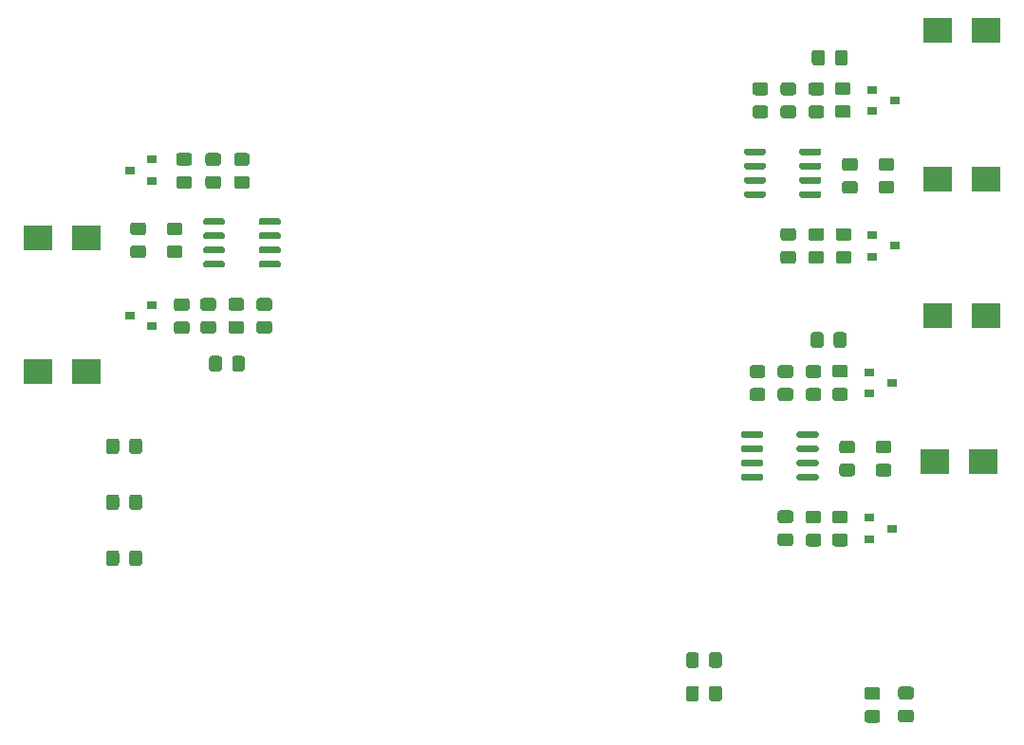
<source format=gtp>
G04 #@! TF.GenerationSoftware,KiCad,Pcbnew,5.1.10*
G04 #@! TF.CreationDate,2022-01-16T13:43:41+02:00*
G04 #@! TF.ProjectId,horse_feeder,686f7273-655f-4666-9565-6465722e6b69,rev?*
G04 #@! TF.SameCoordinates,Original*
G04 #@! TF.FileFunction,Paste,Top*
G04 #@! TF.FilePolarity,Positive*
%FSLAX46Y46*%
G04 Gerber Fmt 4.6, Leading zero omitted, Abs format (unit mm)*
G04 Created by KiCad (PCBNEW 5.1.10) date 2022-01-16 13:43:41*
%MOMM*%
%LPD*%
G01*
G04 APERTURE LIST*
%ADD10R,0.900000X0.800000*%
%ADD11R,2.500000X2.300000*%
G04 APERTURE END LIST*
G36*
G01*
X92500000Y-57285000D02*
X92500000Y-56985000D01*
G75*
G02*
X92650000Y-56835000I150000J0D01*
G01*
X94300000Y-56835000D01*
G75*
G02*
X94450000Y-56985000I0J-150000D01*
G01*
X94450000Y-57285000D01*
G75*
G02*
X94300000Y-57435000I-150000J0D01*
G01*
X92650000Y-57435000D01*
G75*
G02*
X92500000Y-57285000I0J150000D01*
G01*
G37*
G36*
G01*
X87550000Y-54745000D02*
X87550000Y-54445000D01*
G75*
G02*
X87700000Y-54295000I150000J0D01*
G01*
X89350000Y-54295000D01*
G75*
G02*
X89500000Y-54445000I0J-150000D01*
G01*
X89500000Y-54745000D01*
G75*
G02*
X89350000Y-54895000I-150000J0D01*
G01*
X87700000Y-54895000D01*
G75*
G02*
X87550000Y-54745000I0J150000D01*
G01*
G37*
G36*
G01*
X87550000Y-56015000D02*
X87550000Y-55715000D01*
G75*
G02*
X87700000Y-55565000I150000J0D01*
G01*
X89350000Y-55565000D01*
G75*
G02*
X89500000Y-55715000I0J-150000D01*
G01*
X89500000Y-56015000D01*
G75*
G02*
X89350000Y-56165000I-150000J0D01*
G01*
X87700000Y-56165000D01*
G75*
G02*
X87550000Y-56015000I0J150000D01*
G01*
G37*
G36*
G01*
X87550000Y-57285000D02*
X87550000Y-56985000D01*
G75*
G02*
X87700000Y-56835000I150000J0D01*
G01*
X89350000Y-56835000D01*
G75*
G02*
X89500000Y-56985000I0J-150000D01*
G01*
X89500000Y-57285000D01*
G75*
G02*
X89350000Y-57435000I-150000J0D01*
G01*
X87700000Y-57435000D01*
G75*
G02*
X87550000Y-57285000I0J150000D01*
G01*
G37*
G36*
G01*
X87550000Y-58555000D02*
X87550000Y-58255000D01*
G75*
G02*
X87700000Y-58105000I150000J0D01*
G01*
X89350000Y-58105000D01*
G75*
G02*
X89500000Y-58255000I0J-150000D01*
G01*
X89500000Y-58555000D01*
G75*
G02*
X89350000Y-58705000I-150000J0D01*
G01*
X87700000Y-58705000D01*
G75*
G02*
X87550000Y-58555000I0J150000D01*
G01*
G37*
G36*
G01*
X92500000Y-58555000D02*
X92500000Y-58255000D01*
G75*
G02*
X92650000Y-58105000I150000J0D01*
G01*
X94300000Y-58105000D01*
G75*
G02*
X94450000Y-58255000I0J-150000D01*
G01*
X94450000Y-58555000D01*
G75*
G02*
X94300000Y-58705000I-150000J0D01*
G01*
X92650000Y-58705000D01*
G75*
G02*
X92500000Y-58555000I0J150000D01*
G01*
G37*
G36*
G01*
X92500000Y-54745000D02*
X92500000Y-54445000D01*
G75*
G02*
X92650000Y-54295000I150000J0D01*
G01*
X94300000Y-54295000D01*
G75*
G02*
X94450000Y-54445000I0J-150000D01*
G01*
X94450000Y-54745000D01*
G75*
G02*
X94300000Y-54895000I-150000J0D01*
G01*
X92650000Y-54895000D01*
G75*
G02*
X92500000Y-54745000I0J150000D01*
G01*
G37*
G36*
G01*
X92500000Y-56015000D02*
X92500000Y-55715000D01*
G75*
G02*
X92650000Y-55565000I150000J0D01*
G01*
X94300000Y-55565000D01*
G75*
G02*
X94450000Y-55715000I0J-150000D01*
G01*
X94450000Y-56015000D01*
G75*
G02*
X94300000Y-56165000I-150000J0D01*
G01*
X92650000Y-56165000D01*
G75*
G02*
X92500000Y-56015000I0J150000D01*
G01*
G37*
G36*
G01*
X41250000Y-61965000D02*
X41250000Y-62265000D01*
G75*
G02*
X41100000Y-62415000I-150000J0D01*
G01*
X39450000Y-62415000D01*
G75*
G02*
X39300000Y-62265000I0J150000D01*
G01*
X39300000Y-61965000D01*
G75*
G02*
X39450000Y-61815000I150000J0D01*
G01*
X41100000Y-61815000D01*
G75*
G02*
X41250000Y-61965000I0J-150000D01*
G01*
G37*
G36*
G01*
X46200000Y-64505000D02*
X46200000Y-64805000D01*
G75*
G02*
X46050000Y-64955000I-150000J0D01*
G01*
X44400000Y-64955000D01*
G75*
G02*
X44250000Y-64805000I0J150000D01*
G01*
X44250000Y-64505000D01*
G75*
G02*
X44400000Y-64355000I150000J0D01*
G01*
X46050000Y-64355000D01*
G75*
G02*
X46200000Y-64505000I0J-150000D01*
G01*
G37*
G36*
G01*
X46200000Y-63235000D02*
X46200000Y-63535000D01*
G75*
G02*
X46050000Y-63685000I-150000J0D01*
G01*
X44400000Y-63685000D01*
G75*
G02*
X44250000Y-63535000I0J150000D01*
G01*
X44250000Y-63235000D01*
G75*
G02*
X44400000Y-63085000I150000J0D01*
G01*
X46050000Y-63085000D01*
G75*
G02*
X46200000Y-63235000I0J-150000D01*
G01*
G37*
G36*
G01*
X46200000Y-61965000D02*
X46200000Y-62265000D01*
G75*
G02*
X46050000Y-62415000I-150000J0D01*
G01*
X44400000Y-62415000D01*
G75*
G02*
X44250000Y-62265000I0J150000D01*
G01*
X44250000Y-61965000D01*
G75*
G02*
X44400000Y-61815000I150000J0D01*
G01*
X46050000Y-61815000D01*
G75*
G02*
X46200000Y-61965000I0J-150000D01*
G01*
G37*
G36*
G01*
X46200000Y-60695000D02*
X46200000Y-60995000D01*
G75*
G02*
X46050000Y-61145000I-150000J0D01*
G01*
X44400000Y-61145000D01*
G75*
G02*
X44250000Y-60995000I0J150000D01*
G01*
X44250000Y-60695000D01*
G75*
G02*
X44400000Y-60545000I150000J0D01*
G01*
X46050000Y-60545000D01*
G75*
G02*
X46200000Y-60695000I0J-150000D01*
G01*
G37*
G36*
G01*
X41250000Y-60695000D02*
X41250000Y-60995000D01*
G75*
G02*
X41100000Y-61145000I-150000J0D01*
G01*
X39450000Y-61145000D01*
G75*
G02*
X39300000Y-60995000I0J150000D01*
G01*
X39300000Y-60695000D01*
G75*
G02*
X39450000Y-60545000I150000J0D01*
G01*
X41100000Y-60545000D01*
G75*
G02*
X41250000Y-60695000I0J-150000D01*
G01*
G37*
G36*
G01*
X41250000Y-64505000D02*
X41250000Y-64805000D01*
G75*
G02*
X41100000Y-64955000I-150000J0D01*
G01*
X39450000Y-64955000D01*
G75*
G02*
X39300000Y-64805000I0J150000D01*
G01*
X39300000Y-64505000D01*
G75*
G02*
X39450000Y-64355000I150000J0D01*
G01*
X41100000Y-64355000D01*
G75*
G02*
X41250000Y-64505000I0J-150000D01*
G01*
G37*
G36*
G01*
X41250000Y-63235000D02*
X41250000Y-63535000D01*
G75*
G02*
X41100000Y-63685000I-150000J0D01*
G01*
X39450000Y-63685000D01*
G75*
G02*
X39300000Y-63535000I0J150000D01*
G01*
X39300000Y-63235000D01*
G75*
G02*
X39450000Y-63085000I150000J0D01*
G01*
X41100000Y-63085000D01*
G75*
G02*
X41250000Y-63235000I0J-150000D01*
G01*
G37*
G36*
G01*
X92250000Y-82535000D02*
X92250000Y-82235000D01*
G75*
G02*
X92400000Y-82085000I150000J0D01*
G01*
X94050000Y-82085000D01*
G75*
G02*
X94200000Y-82235000I0J-150000D01*
G01*
X94200000Y-82535000D01*
G75*
G02*
X94050000Y-82685000I-150000J0D01*
G01*
X92400000Y-82685000D01*
G75*
G02*
X92250000Y-82535000I0J150000D01*
G01*
G37*
G36*
G01*
X87300000Y-79995000D02*
X87300000Y-79695000D01*
G75*
G02*
X87450000Y-79545000I150000J0D01*
G01*
X89100000Y-79545000D01*
G75*
G02*
X89250000Y-79695000I0J-150000D01*
G01*
X89250000Y-79995000D01*
G75*
G02*
X89100000Y-80145000I-150000J0D01*
G01*
X87450000Y-80145000D01*
G75*
G02*
X87300000Y-79995000I0J150000D01*
G01*
G37*
G36*
G01*
X87300000Y-81265000D02*
X87300000Y-80965000D01*
G75*
G02*
X87450000Y-80815000I150000J0D01*
G01*
X89100000Y-80815000D01*
G75*
G02*
X89250000Y-80965000I0J-150000D01*
G01*
X89250000Y-81265000D01*
G75*
G02*
X89100000Y-81415000I-150000J0D01*
G01*
X87450000Y-81415000D01*
G75*
G02*
X87300000Y-81265000I0J150000D01*
G01*
G37*
G36*
G01*
X87300000Y-82535000D02*
X87300000Y-82235000D01*
G75*
G02*
X87450000Y-82085000I150000J0D01*
G01*
X89100000Y-82085000D01*
G75*
G02*
X89250000Y-82235000I0J-150000D01*
G01*
X89250000Y-82535000D01*
G75*
G02*
X89100000Y-82685000I-150000J0D01*
G01*
X87450000Y-82685000D01*
G75*
G02*
X87300000Y-82535000I0J150000D01*
G01*
G37*
G36*
G01*
X87300000Y-83805000D02*
X87300000Y-83505000D01*
G75*
G02*
X87450000Y-83355000I150000J0D01*
G01*
X89100000Y-83355000D01*
G75*
G02*
X89250000Y-83505000I0J-150000D01*
G01*
X89250000Y-83805000D01*
G75*
G02*
X89100000Y-83955000I-150000J0D01*
G01*
X87450000Y-83955000D01*
G75*
G02*
X87300000Y-83805000I0J150000D01*
G01*
G37*
G36*
G01*
X92250000Y-83805000D02*
X92250000Y-83505000D01*
G75*
G02*
X92400000Y-83355000I150000J0D01*
G01*
X94050000Y-83355000D01*
G75*
G02*
X94200000Y-83505000I0J-150000D01*
G01*
X94200000Y-83805000D01*
G75*
G02*
X94050000Y-83955000I-150000J0D01*
G01*
X92400000Y-83955000D01*
G75*
G02*
X92250000Y-83805000I0J150000D01*
G01*
G37*
G36*
G01*
X92250000Y-79995000D02*
X92250000Y-79695000D01*
G75*
G02*
X92400000Y-79545000I150000J0D01*
G01*
X94050000Y-79545000D01*
G75*
G02*
X94200000Y-79695000I0J-150000D01*
G01*
X94200000Y-79995000D01*
G75*
G02*
X94050000Y-80145000I-150000J0D01*
G01*
X92400000Y-80145000D01*
G75*
G02*
X92250000Y-79995000I0J150000D01*
G01*
G37*
G36*
G01*
X92250000Y-81265000D02*
X92250000Y-80965000D01*
G75*
G02*
X92400000Y-80815000I150000J0D01*
G01*
X94050000Y-80815000D01*
G75*
G02*
X94200000Y-80965000I0J-150000D01*
G01*
X94200000Y-81265000D01*
G75*
G02*
X94050000Y-81415000I-150000J0D01*
G01*
X92400000Y-81415000D01*
G75*
G02*
X92250000Y-81265000I0J150000D01*
G01*
G37*
G36*
G01*
X99799999Y-55150000D02*
X100700001Y-55150000D01*
G75*
G02*
X100950000Y-55399999I0J-249999D01*
G01*
X100950000Y-56050001D01*
G75*
G02*
X100700001Y-56300000I-249999J0D01*
G01*
X99799999Y-56300000D01*
G75*
G02*
X99550000Y-56050001I0J249999D01*
G01*
X99550000Y-55399999D01*
G75*
G02*
X99799999Y-55150000I249999J0D01*
G01*
G37*
G36*
G01*
X99799999Y-57200000D02*
X100700001Y-57200000D01*
G75*
G02*
X100950000Y-57449999I0J-249999D01*
G01*
X100950000Y-58100001D01*
G75*
G02*
X100700001Y-58350000I-249999J0D01*
G01*
X99799999Y-58350000D01*
G75*
G02*
X99550000Y-58100001I0J249999D01*
G01*
X99550000Y-57449999D01*
G75*
G02*
X99799999Y-57200000I249999J0D01*
G01*
G37*
D10*
X101000000Y-50000000D03*
X99000000Y-50950000D03*
X99000000Y-49050000D03*
G36*
G01*
X89450001Y-49550000D02*
X88549999Y-49550000D01*
G75*
G02*
X88300000Y-49300001I0J249999D01*
G01*
X88300000Y-48649999D01*
G75*
G02*
X88549999Y-48400000I249999J0D01*
G01*
X89450001Y-48400000D01*
G75*
G02*
X89700000Y-48649999I0J-249999D01*
G01*
X89700000Y-49300001D01*
G75*
G02*
X89450001Y-49550000I-249999J0D01*
G01*
G37*
G36*
G01*
X89450001Y-51600000D02*
X88549999Y-51600000D01*
G75*
G02*
X88300000Y-51350001I0J249999D01*
G01*
X88300000Y-50699999D01*
G75*
G02*
X88549999Y-50450000I249999J0D01*
G01*
X89450001Y-50450000D01*
G75*
G02*
X89700000Y-50699999I0J-249999D01*
G01*
X89700000Y-51350001D01*
G75*
G02*
X89450001Y-51600000I-249999J0D01*
G01*
G37*
G36*
G01*
X96549999Y-57200000D02*
X97450001Y-57200000D01*
G75*
G02*
X97700000Y-57449999I0J-249999D01*
G01*
X97700000Y-58100001D01*
G75*
G02*
X97450001Y-58350000I-249999J0D01*
G01*
X96549999Y-58350000D01*
G75*
G02*
X96300000Y-58100001I0J249999D01*
G01*
X96300000Y-57449999D01*
G75*
G02*
X96549999Y-57200000I249999J0D01*
G01*
G37*
G36*
G01*
X96549999Y-55150000D02*
X97450001Y-55150000D01*
G75*
G02*
X97700000Y-55399999I0J-249999D01*
G01*
X97700000Y-56050001D01*
G75*
G02*
X97450001Y-56300000I-249999J0D01*
G01*
X96549999Y-56300000D01*
G75*
G02*
X96300000Y-56050001I0J249999D01*
G01*
X96300000Y-55399999D01*
G75*
G02*
X96549999Y-55150000I249999J0D01*
G01*
G37*
G36*
G01*
X95914998Y-48375000D02*
X96815000Y-48375000D01*
G75*
G02*
X97064999Y-48624999I0J-249999D01*
G01*
X97064999Y-49275001D01*
G75*
G02*
X96815000Y-49525000I-249999J0D01*
G01*
X95914998Y-49525000D01*
G75*
G02*
X95664999Y-49275001I0J249999D01*
G01*
X95664999Y-48624999D01*
G75*
G02*
X95914998Y-48375000I249999J0D01*
G01*
G37*
G36*
G01*
X95914998Y-50425000D02*
X96815000Y-50425000D01*
G75*
G02*
X97064999Y-50674999I0J-249999D01*
G01*
X97064999Y-51325001D01*
G75*
G02*
X96815000Y-51575000I-249999J0D01*
G01*
X95914998Y-51575000D01*
G75*
G02*
X95664999Y-51325001I0J249999D01*
G01*
X95664999Y-50674999D01*
G75*
G02*
X95914998Y-50425000I249999J0D01*
G01*
G37*
G36*
G01*
X95985000Y-61400000D02*
X96885002Y-61400000D01*
G75*
G02*
X97135001Y-61649999I0J-249999D01*
G01*
X97135001Y-62300001D01*
G75*
G02*
X96885002Y-62550000I-249999J0D01*
G01*
X95985000Y-62550000D01*
G75*
G02*
X95735001Y-62300001I0J249999D01*
G01*
X95735001Y-61649999D01*
G75*
G02*
X95985000Y-61400000I249999J0D01*
G01*
G37*
G36*
G01*
X95985000Y-63450000D02*
X96885002Y-63450000D01*
G75*
G02*
X97135001Y-63699999I0J-249999D01*
G01*
X97135001Y-64350001D01*
G75*
G02*
X96885002Y-64600000I-249999J0D01*
G01*
X95985000Y-64600000D01*
G75*
G02*
X95735001Y-64350001I0J249999D01*
G01*
X95735001Y-63699999D01*
G75*
G02*
X95985000Y-63450000I249999J0D01*
G01*
G37*
G36*
G01*
X93549999Y-50450000D02*
X94450001Y-50450000D01*
G75*
G02*
X94700000Y-50699999I0J-249999D01*
G01*
X94700000Y-51350001D01*
G75*
G02*
X94450001Y-51600000I-249999J0D01*
G01*
X93549999Y-51600000D01*
G75*
G02*
X93300000Y-51350001I0J249999D01*
G01*
X93300000Y-50699999D01*
G75*
G02*
X93549999Y-50450000I249999J0D01*
G01*
G37*
G36*
G01*
X93549999Y-48400000D02*
X94450001Y-48400000D01*
G75*
G02*
X94700000Y-48649999I0J-249999D01*
G01*
X94700000Y-49300001D01*
G75*
G02*
X94450001Y-49550000I-249999J0D01*
G01*
X93549999Y-49550000D01*
G75*
G02*
X93300000Y-49300001I0J249999D01*
G01*
X93300000Y-48649999D01*
G75*
G02*
X93549999Y-48400000I249999J0D01*
G01*
G37*
X99000000Y-62050000D03*
X99000000Y-63950000D03*
X101000000Y-63000000D03*
G36*
G01*
X94450001Y-62550000D02*
X93549999Y-62550000D01*
G75*
G02*
X93300000Y-62300001I0J249999D01*
G01*
X93300000Y-61649999D01*
G75*
G02*
X93549999Y-61400000I249999J0D01*
G01*
X94450001Y-61400000D01*
G75*
G02*
X94700000Y-61649999I0J-249999D01*
G01*
X94700000Y-62300001D01*
G75*
G02*
X94450001Y-62550000I-249999J0D01*
G01*
G37*
G36*
G01*
X94450001Y-64600000D02*
X93549999Y-64600000D01*
G75*
G02*
X93300000Y-64350001I0J249999D01*
G01*
X93300000Y-63699999D01*
G75*
G02*
X93549999Y-63450000I249999J0D01*
G01*
X94450001Y-63450000D01*
G75*
G02*
X94700000Y-63699999I0J-249999D01*
G01*
X94700000Y-64350001D01*
G75*
G02*
X94450001Y-64600000I-249999J0D01*
G01*
G37*
G36*
G01*
X91049999Y-48400000D02*
X91950001Y-48400000D01*
G75*
G02*
X92200000Y-48649999I0J-249999D01*
G01*
X92200000Y-49300001D01*
G75*
G02*
X91950001Y-49550000I-249999J0D01*
G01*
X91049999Y-49550000D01*
G75*
G02*
X90800000Y-49300001I0J249999D01*
G01*
X90800000Y-48649999D01*
G75*
G02*
X91049999Y-48400000I249999J0D01*
G01*
G37*
G36*
G01*
X91049999Y-50450000D02*
X91950001Y-50450000D01*
G75*
G02*
X92200000Y-50699999I0J-249999D01*
G01*
X92200000Y-51350001D01*
G75*
G02*
X91950001Y-51600000I-249999J0D01*
G01*
X91049999Y-51600000D01*
G75*
G02*
X90800000Y-51350001I0J249999D01*
G01*
X90800000Y-50699999D01*
G75*
G02*
X91049999Y-50450000I249999J0D01*
G01*
G37*
G36*
G01*
X42700001Y-68800000D02*
X41799999Y-68800000D01*
G75*
G02*
X41550000Y-68550001I0J249999D01*
G01*
X41550000Y-67899999D01*
G75*
G02*
X41799999Y-67650000I249999J0D01*
G01*
X42700001Y-67650000D01*
G75*
G02*
X42950000Y-67899999I0J-249999D01*
G01*
X42950000Y-68550001D01*
G75*
G02*
X42700001Y-68800000I-249999J0D01*
G01*
G37*
G36*
G01*
X42700001Y-70850000D02*
X41799999Y-70850000D01*
G75*
G02*
X41550000Y-70600001I0J249999D01*
G01*
X41550000Y-69949999D01*
G75*
G02*
X41799999Y-69700000I249999J0D01*
G01*
X42700001Y-69700000D01*
G75*
G02*
X42950000Y-69949999I0J-249999D01*
G01*
X42950000Y-70600001D01*
G75*
G02*
X42700001Y-70850000I-249999J0D01*
G01*
G37*
G36*
G01*
X44299999Y-67650000D02*
X45200001Y-67650000D01*
G75*
G02*
X45450000Y-67899999I0J-249999D01*
G01*
X45450000Y-68550001D01*
G75*
G02*
X45200001Y-68800000I-249999J0D01*
G01*
X44299999Y-68800000D01*
G75*
G02*
X44050000Y-68550001I0J249999D01*
G01*
X44050000Y-67899999D01*
G75*
G02*
X44299999Y-67650000I249999J0D01*
G01*
G37*
G36*
G01*
X44299999Y-69700000D02*
X45200001Y-69700000D01*
G75*
G02*
X45450000Y-69949999I0J-249999D01*
G01*
X45450000Y-70600001D01*
G75*
G02*
X45200001Y-70850000I-249999J0D01*
G01*
X44299999Y-70850000D01*
G75*
G02*
X44050000Y-70600001I0J249999D01*
G01*
X44050000Y-69949999D01*
G75*
G02*
X44299999Y-69700000I249999J0D01*
G01*
G37*
G36*
G01*
X38050001Y-55850000D02*
X37149999Y-55850000D01*
G75*
G02*
X36900000Y-55600001I0J249999D01*
G01*
X36900000Y-54949999D01*
G75*
G02*
X37149999Y-54700000I249999J0D01*
G01*
X38050001Y-54700000D01*
G75*
G02*
X38300000Y-54949999I0J-249999D01*
G01*
X38300000Y-55600001D01*
G75*
G02*
X38050001Y-55850000I-249999J0D01*
G01*
G37*
G36*
G01*
X38050001Y-57900000D02*
X37149999Y-57900000D01*
G75*
G02*
X36900000Y-57650001I0J249999D01*
G01*
X36900000Y-56999999D01*
G75*
G02*
X37149999Y-56750000I249999J0D01*
G01*
X38050001Y-56750000D01*
G75*
G02*
X38300000Y-56999999I0J-249999D01*
G01*
X38300000Y-57650001D01*
G75*
G02*
X38050001Y-57900000I-249999J0D01*
G01*
G37*
G36*
G01*
X39749999Y-54700000D02*
X40650001Y-54700000D01*
G75*
G02*
X40900000Y-54949999I0J-249999D01*
G01*
X40900000Y-55600001D01*
G75*
G02*
X40650001Y-55850000I-249999J0D01*
G01*
X39749999Y-55850000D01*
G75*
G02*
X39500000Y-55600001I0J249999D01*
G01*
X39500000Y-54949999D01*
G75*
G02*
X39749999Y-54700000I249999J0D01*
G01*
G37*
G36*
G01*
X39749999Y-56750000D02*
X40650001Y-56750000D01*
G75*
G02*
X40900000Y-56999999I0J-249999D01*
G01*
X40900000Y-57650001D01*
G75*
G02*
X40650001Y-57900000I-249999J0D01*
G01*
X39749999Y-57900000D01*
G75*
G02*
X39500000Y-57650001I0J249999D01*
G01*
X39500000Y-56999999D01*
G75*
G02*
X39749999Y-56750000I249999J0D01*
G01*
G37*
G36*
G01*
X37835002Y-68825000D02*
X36935000Y-68825000D01*
G75*
G02*
X36685001Y-68575001I0J249999D01*
G01*
X36685001Y-67924999D01*
G75*
G02*
X36935000Y-67675000I249999J0D01*
G01*
X37835002Y-67675000D01*
G75*
G02*
X38085001Y-67924999I0J-249999D01*
G01*
X38085001Y-68575001D01*
G75*
G02*
X37835002Y-68825000I-249999J0D01*
G01*
G37*
G36*
G01*
X37835002Y-70875000D02*
X36935000Y-70875000D01*
G75*
G02*
X36685001Y-70625001I0J249999D01*
G01*
X36685001Y-69974999D01*
G75*
G02*
X36935000Y-69725000I249999J0D01*
G01*
X37835002Y-69725000D01*
G75*
G02*
X38085001Y-69974999I0J-249999D01*
G01*
X38085001Y-70625001D01*
G75*
G02*
X37835002Y-70875000I-249999J0D01*
G01*
G37*
G36*
G01*
X37200001Y-64100000D02*
X36299999Y-64100000D01*
G75*
G02*
X36050000Y-63850001I0J249999D01*
G01*
X36050000Y-63199999D01*
G75*
G02*
X36299999Y-62950000I249999J0D01*
G01*
X37200001Y-62950000D01*
G75*
G02*
X37450000Y-63199999I0J-249999D01*
G01*
X37450000Y-63850001D01*
G75*
G02*
X37200001Y-64100000I-249999J0D01*
G01*
G37*
G36*
G01*
X37200001Y-62050000D02*
X36299999Y-62050000D01*
G75*
G02*
X36050000Y-61800001I0J249999D01*
G01*
X36050000Y-61149999D01*
G75*
G02*
X36299999Y-60900000I249999J0D01*
G01*
X37200001Y-60900000D01*
G75*
G02*
X37450000Y-61149999I0J-249999D01*
G01*
X37450000Y-61800001D01*
G75*
G02*
X37200001Y-62050000I-249999J0D01*
G01*
G37*
G36*
G01*
X33950001Y-62050000D02*
X33049999Y-62050000D01*
G75*
G02*
X32800000Y-61800001I0J249999D01*
G01*
X32800000Y-61149999D01*
G75*
G02*
X33049999Y-60900000I249999J0D01*
G01*
X33950001Y-60900000D01*
G75*
G02*
X34200000Y-61149999I0J-249999D01*
G01*
X34200000Y-61800001D01*
G75*
G02*
X33950001Y-62050000I-249999J0D01*
G01*
G37*
G36*
G01*
X33950001Y-64100000D02*
X33049999Y-64100000D01*
G75*
G02*
X32800000Y-63850001I0J249999D01*
G01*
X32800000Y-63199999D01*
G75*
G02*
X33049999Y-62950000I249999J0D01*
G01*
X33950001Y-62950000D01*
G75*
G02*
X34200000Y-63199999I0J-249999D01*
G01*
X34200000Y-63850001D01*
G75*
G02*
X33950001Y-64100000I-249999J0D01*
G01*
G37*
G36*
G01*
X40200001Y-70850000D02*
X39299999Y-70850000D01*
G75*
G02*
X39050000Y-70600001I0J249999D01*
G01*
X39050000Y-69949999D01*
G75*
G02*
X39299999Y-69700000I249999J0D01*
G01*
X40200001Y-69700000D01*
G75*
G02*
X40450000Y-69949999I0J-249999D01*
G01*
X40450000Y-70600001D01*
G75*
G02*
X40200001Y-70850000I-249999J0D01*
G01*
G37*
G36*
G01*
X40200001Y-68800000D02*
X39299999Y-68800000D01*
G75*
G02*
X39050000Y-68550001I0J249999D01*
G01*
X39050000Y-67899999D01*
G75*
G02*
X39299999Y-67650000I249999J0D01*
G01*
X40200001Y-67650000D01*
G75*
G02*
X40450000Y-67899999I0J-249999D01*
G01*
X40450000Y-68550001D01*
G75*
G02*
X40200001Y-68800000I-249999J0D01*
G01*
G37*
X32750000Y-56250000D03*
X34750000Y-55300000D03*
X34750000Y-57200000D03*
X34750000Y-70200000D03*
X34750000Y-68300000D03*
X32750000Y-69250000D03*
G36*
G01*
X102450001Y-105575000D02*
X101549999Y-105575000D01*
G75*
G02*
X101300000Y-105325001I0J249999D01*
G01*
X101300000Y-104674999D01*
G75*
G02*
X101549999Y-104425000I249999J0D01*
G01*
X102450001Y-104425000D01*
G75*
G02*
X102700000Y-104674999I0J-249999D01*
G01*
X102700000Y-105325001D01*
G75*
G02*
X102450001Y-105575000I-249999J0D01*
G01*
G37*
G36*
G01*
X102450001Y-103525000D02*
X101549999Y-103525000D01*
G75*
G02*
X101300000Y-103275001I0J249999D01*
G01*
X101300000Y-102624999D01*
G75*
G02*
X101549999Y-102375000I249999J0D01*
G01*
X102450001Y-102375000D01*
G75*
G02*
X102700000Y-102624999I0J-249999D01*
G01*
X102700000Y-103275001D01*
G75*
G02*
X102450001Y-103525000I-249999J0D01*
G01*
G37*
G36*
G01*
X99450001Y-105600000D02*
X98549999Y-105600000D01*
G75*
G02*
X98300000Y-105350001I0J249999D01*
G01*
X98300000Y-104699999D01*
G75*
G02*
X98549999Y-104450000I249999J0D01*
G01*
X99450001Y-104450000D01*
G75*
G02*
X99700000Y-104699999I0J-249999D01*
G01*
X99700000Y-105350001D01*
G75*
G02*
X99450001Y-105600000I-249999J0D01*
G01*
G37*
G36*
G01*
X99450001Y-103550000D02*
X98549999Y-103550000D01*
G75*
G02*
X98300000Y-103300001I0J249999D01*
G01*
X98300000Y-102649999D01*
G75*
G02*
X98549999Y-102400000I249999J0D01*
G01*
X99450001Y-102400000D01*
G75*
G02*
X99700000Y-102649999I0J-249999D01*
G01*
X99700000Y-103300001D01*
G75*
G02*
X99450001Y-103550000I-249999J0D01*
G01*
G37*
G36*
G01*
X83525000Y-102549999D02*
X83525000Y-103450001D01*
G75*
G02*
X83275001Y-103700000I-249999J0D01*
G01*
X82624999Y-103700000D01*
G75*
G02*
X82375000Y-103450001I0J249999D01*
G01*
X82375000Y-102549999D01*
G75*
G02*
X82624999Y-102300000I249999J0D01*
G01*
X83275001Y-102300000D01*
G75*
G02*
X83525000Y-102549999I0J-249999D01*
G01*
G37*
G36*
G01*
X85575000Y-102549999D02*
X85575000Y-103450001D01*
G75*
G02*
X85325001Y-103700000I-249999J0D01*
G01*
X84674999Y-103700000D01*
G75*
G02*
X84425000Y-103450001I0J249999D01*
G01*
X84425000Y-102549999D01*
G75*
G02*
X84674999Y-102300000I249999J0D01*
G01*
X85325001Y-102300000D01*
G75*
G02*
X85575000Y-102549999I0J-249999D01*
G01*
G37*
G36*
G01*
X85575000Y-99549999D02*
X85575000Y-100450001D01*
G75*
G02*
X85325001Y-100700000I-249999J0D01*
G01*
X84674999Y-100700000D01*
G75*
G02*
X84425000Y-100450001I0J249999D01*
G01*
X84425000Y-99549999D01*
G75*
G02*
X84674999Y-99300000I249999J0D01*
G01*
X85325001Y-99300000D01*
G75*
G02*
X85575000Y-99549999I0J-249999D01*
G01*
G37*
G36*
G01*
X83525000Y-99549999D02*
X83525000Y-100450001D01*
G75*
G02*
X83275001Y-100700000I-249999J0D01*
G01*
X82624999Y-100700000D01*
G75*
G02*
X82375000Y-100450001I0J249999D01*
G01*
X82375000Y-99549999D01*
G75*
G02*
X82624999Y-99300000I249999J0D01*
G01*
X83275001Y-99300000D01*
G75*
G02*
X83525000Y-99549999I0J-249999D01*
G01*
G37*
G36*
G01*
X96299999Y-82450000D02*
X97200001Y-82450000D01*
G75*
G02*
X97450000Y-82699999I0J-249999D01*
G01*
X97450000Y-83350001D01*
G75*
G02*
X97200001Y-83600000I-249999J0D01*
G01*
X96299999Y-83600000D01*
G75*
G02*
X96050000Y-83350001I0J249999D01*
G01*
X96050000Y-82699999D01*
G75*
G02*
X96299999Y-82450000I249999J0D01*
G01*
G37*
G36*
G01*
X96299999Y-80400000D02*
X97200001Y-80400000D01*
G75*
G02*
X97450000Y-80649999I0J-249999D01*
G01*
X97450000Y-81300001D01*
G75*
G02*
X97200001Y-81550000I-249999J0D01*
G01*
X96299999Y-81550000D01*
G75*
G02*
X96050000Y-81300001I0J249999D01*
G01*
X96050000Y-80649999D01*
G75*
G02*
X96299999Y-80400000I249999J0D01*
G01*
G37*
G36*
G01*
X99549999Y-80400000D02*
X100450001Y-80400000D01*
G75*
G02*
X100700000Y-80649999I0J-249999D01*
G01*
X100700000Y-81300001D01*
G75*
G02*
X100450001Y-81550000I-249999J0D01*
G01*
X99549999Y-81550000D01*
G75*
G02*
X99300000Y-81300001I0J249999D01*
G01*
X99300000Y-80649999D01*
G75*
G02*
X99549999Y-80400000I249999J0D01*
G01*
G37*
G36*
G01*
X99549999Y-82450000D02*
X100450001Y-82450000D01*
G75*
G02*
X100700000Y-82699999I0J-249999D01*
G01*
X100700000Y-83350001D01*
G75*
G02*
X100450001Y-83600000I-249999J0D01*
G01*
X99549999Y-83600000D01*
G75*
G02*
X99300000Y-83350001I0J249999D01*
G01*
X99300000Y-82699999D01*
G75*
G02*
X99549999Y-82450000I249999J0D01*
G01*
G37*
D11*
X109150000Y-43750000D03*
X104850000Y-43750000D03*
X28900000Y-74250000D03*
X24600000Y-74250000D03*
X104850000Y-69250000D03*
X109150000Y-69250000D03*
X108900000Y-82250000D03*
X104600000Y-82250000D03*
X104850000Y-57000000D03*
X109150000Y-57000000D03*
X24600000Y-62250000D03*
X28900000Y-62250000D03*
D10*
X100750000Y-75250000D03*
X98750000Y-76200000D03*
X98750000Y-74300000D03*
X98750000Y-87300000D03*
X98750000Y-89200000D03*
X100750000Y-88250000D03*
G36*
G01*
X93299999Y-75700000D02*
X94200001Y-75700000D01*
G75*
G02*
X94450000Y-75949999I0J-249999D01*
G01*
X94450000Y-76600001D01*
G75*
G02*
X94200001Y-76850000I-249999J0D01*
G01*
X93299999Y-76850000D01*
G75*
G02*
X93050000Y-76600001I0J249999D01*
G01*
X93050000Y-75949999D01*
G75*
G02*
X93299999Y-75700000I249999J0D01*
G01*
G37*
G36*
G01*
X93299999Y-73650000D02*
X94200001Y-73650000D01*
G75*
G02*
X94450000Y-73899999I0J-249999D01*
G01*
X94450000Y-74550001D01*
G75*
G02*
X94200001Y-74800000I-249999J0D01*
G01*
X93299999Y-74800000D01*
G75*
G02*
X93050000Y-74550001I0J249999D01*
G01*
X93050000Y-73899999D01*
G75*
G02*
X93299999Y-73650000I249999J0D01*
G01*
G37*
G36*
G01*
X94750000Y-45749999D02*
X94750000Y-46650001D01*
G75*
G02*
X94500001Y-46900000I-249999J0D01*
G01*
X93849999Y-46900000D01*
G75*
G02*
X93600000Y-46650001I0J249999D01*
G01*
X93600000Y-45749999D01*
G75*
G02*
X93849999Y-45500000I249999J0D01*
G01*
X94500001Y-45500000D01*
G75*
G02*
X94750000Y-45749999I0J-249999D01*
G01*
G37*
G36*
G01*
X96800000Y-45749999D02*
X96800000Y-46650001D01*
G75*
G02*
X96550001Y-46900000I-249999J0D01*
G01*
X95899999Y-46900000D01*
G75*
G02*
X95650000Y-46650001I0J249999D01*
G01*
X95650000Y-45749999D01*
G75*
G02*
X95899999Y-45500000I249999J0D01*
G01*
X96550001Y-45500000D01*
G75*
G02*
X96800000Y-45749999I0J-249999D01*
G01*
G37*
G36*
G01*
X39825000Y-73975001D02*
X39825000Y-73074999D01*
G75*
G02*
X40074999Y-72825000I249999J0D01*
G01*
X40725001Y-72825000D01*
G75*
G02*
X40975000Y-73074999I0J-249999D01*
G01*
X40975000Y-73975001D01*
G75*
G02*
X40725001Y-74225000I-249999J0D01*
G01*
X40074999Y-74225000D01*
G75*
G02*
X39825000Y-73975001I0J249999D01*
G01*
G37*
G36*
G01*
X41875000Y-73975001D02*
X41875000Y-73074999D01*
G75*
G02*
X42124999Y-72825000I249999J0D01*
G01*
X42775001Y-72825000D01*
G75*
G02*
X43025000Y-73074999I0J-249999D01*
G01*
X43025000Y-73975001D01*
G75*
G02*
X42775001Y-74225000I-249999J0D01*
G01*
X42124999Y-74225000D01*
G75*
G02*
X41875000Y-73975001I0J249999D01*
G01*
G37*
G36*
G01*
X94650000Y-70949999D02*
X94650000Y-71850001D01*
G75*
G02*
X94400001Y-72100000I-249999J0D01*
G01*
X93749999Y-72100000D01*
G75*
G02*
X93500000Y-71850001I0J249999D01*
G01*
X93500000Y-70949999D01*
G75*
G02*
X93749999Y-70700000I249999J0D01*
G01*
X94400001Y-70700000D01*
G75*
G02*
X94650000Y-70949999I0J-249999D01*
G01*
G37*
G36*
G01*
X96700000Y-70949999D02*
X96700000Y-71850001D01*
G75*
G02*
X96450001Y-72100000I-249999J0D01*
G01*
X95799999Y-72100000D01*
G75*
G02*
X95550000Y-71850001I0J249999D01*
G01*
X95550000Y-70949999D01*
G75*
G02*
X95799999Y-70700000I249999J0D01*
G01*
X96450001Y-70700000D01*
G75*
G02*
X96700000Y-70949999I0J-249999D01*
G01*
G37*
G36*
G01*
X95664998Y-73625000D02*
X96565000Y-73625000D01*
G75*
G02*
X96814999Y-73874999I0J-249999D01*
G01*
X96814999Y-74525001D01*
G75*
G02*
X96565000Y-74775000I-249999J0D01*
G01*
X95664998Y-74775000D01*
G75*
G02*
X95414999Y-74525001I0J249999D01*
G01*
X95414999Y-73874999D01*
G75*
G02*
X95664998Y-73625000I249999J0D01*
G01*
G37*
G36*
G01*
X95664998Y-75675000D02*
X96565000Y-75675000D01*
G75*
G02*
X96814999Y-75924999I0J-249999D01*
G01*
X96814999Y-76575001D01*
G75*
G02*
X96565000Y-76825000I-249999J0D01*
G01*
X95664998Y-76825000D01*
G75*
G02*
X95414999Y-76575001I0J249999D01*
G01*
X95414999Y-75924999D01*
G75*
G02*
X95664998Y-75675000I249999J0D01*
G01*
G37*
G36*
G01*
X94200001Y-87800000D02*
X93299999Y-87800000D01*
G75*
G02*
X93050000Y-87550001I0J249999D01*
G01*
X93050000Y-86899999D01*
G75*
G02*
X93299999Y-86650000I249999J0D01*
G01*
X94200001Y-86650000D01*
G75*
G02*
X94450000Y-86899999I0J-249999D01*
G01*
X94450000Y-87550001D01*
G75*
G02*
X94200001Y-87800000I-249999J0D01*
G01*
G37*
G36*
G01*
X94200001Y-89850000D02*
X93299999Y-89850000D01*
G75*
G02*
X93050000Y-89600001I0J249999D01*
G01*
X93050000Y-88949999D01*
G75*
G02*
X93299999Y-88700000I249999J0D01*
G01*
X94200001Y-88700000D01*
G75*
G02*
X94450000Y-88949999I0J-249999D01*
G01*
X94450000Y-89600001D01*
G75*
G02*
X94200001Y-89850000I-249999J0D01*
G01*
G37*
G36*
G01*
X91700001Y-87775000D02*
X90799999Y-87775000D01*
G75*
G02*
X90550000Y-87525001I0J249999D01*
G01*
X90550000Y-86874999D01*
G75*
G02*
X90799999Y-86625000I249999J0D01*
G01*
X91700001Y-86625000D01*
G75*
G02*
X91950000Y-86874999I0J-249999D01*
G01*
X91950000Y-87525001D01*
G75*
G02*
X91700001Y-87775000I-249999J0D01*
G01*
G37*
G36*
G01*
X91700001Y-89825000D02*
X90799999Y-89825000D01*
G75*
G02*
X90550000Y-89575001I0J249999D01*
G01*
X90550000Y-88924999D01*
G75*
G02*
X90799999Y-88675000I249999J0D01*
G01*
X91700001Y-88675000D01*
G75*
G02*
X91950000Y-88924999I0J-249999D01*
G01*
X91950000Y-89575001D01*
G75*
G02*
X91700001Y-89825000I-249999J0D01*
G01*
G37*
G36*
G01*
X95664998Y-86650000D02*
X96565000Y-86650000D01*
G75*
G02*
X96814999Y-86899999I0J-249999D01*
G01*
X96814999Y-87550001D01*
G75*
G02*
X96565000Y-87800000I-249999J0D01*
G01*
X95664998Y-87800000D01*
G75*
G02*
X95414999Y-87550001I0J249999D01*
G01*
X95414999Y-86899999D01*
G75*
G02*
X95664998Y-86650000I249999J0D01*
G01*
G37*
G36*
G01*
X95664998Y-88700000D02*
X96565000Y-88700000D01*
G75*
G02*
X96814999Y-88949999I0J-249999D01*
G01*
X96814999Y-89600001D01*
G75*
G02*
X96565000Y-89850000I-249999J0D01*
G01*
X95664998Y-89850000D01*
G75*
G02*
X95414999Y-89600001I0J249999D01*
G01*
X95414999Y-88949999D01*
G75*
G02*
X95664998Y-88700000I249999J0D01*
G01*
G37*
G36*
G01*
X91950001Y-64600000D02*
X91049999Y-64600000D01*
G75*
G02*
X90800000Y-64350001I0J249999D01*
G01*
X90800000Y-63699999D01*
G75*
G02*
X91049999Y-63450000I249999J0D01*
G01*
X91950001Y-63450000D01*
G75*
G02*
X92200000Y-63699999I0J-249999D01*
G01*
X92200000Y-64350001D01*
G75*
G02*
X91950001Y-64600000I-249999J0D01*
G01*
G37*
G36*
G01*
X91950001Y-62550000D02*
X91049999Y-62550000D01*
G75*
G02*
X90800000Y-62300001I0J249999D01*
G01*
X90800000Y-61649999D01*
G75*
G02*
X91049999Y-61400000I249999J0D01*
G01*
X91950001Y-61400000D01*
G75*
G02*
X92200000Y-61649999I0J-249999D01*
G01*
X92200000Y-62300001D01*
G75*
G02*
X91950001Y-62550000I-249999J0D01*
G01*
G37*
G36*
G01*
X42299999Y-54700000D02*
X43200001Y-54700000D01*
G75*
G02*
X43450000Y-54949999I0J-249999D01*
G01*
X43450000Y-55600001D01*
G75*
G02*
X43200001Y-55850000I-249999J0D01*
G01*
X42299999Y-55850000D01*
G75*
G02*
X42050000Y-55600001I0J249999D01*
G01*
X42050000Y-54949999D01*
G75*
G02*
X42299999Y-54700000I249999J0D01*
G01*
G37*
G36*
G01*
X42299999Y-56750000D02*
X43200001Y-56750000D01*
G75*
G02*
X43450000Y-56999999I0J-249999D01*
G01*
X43450000Y-57650001D01*
G75*
G02*
X43200001Y-57900000I-249999J0D01*
G01*
X42299999Y-57900000D01*
G75*
G02*
X42050000Y-57650001I0J249999D01*
G01*
X42050000Y-56999999D01*
G75*
G02*
X42299999Y-56750000I249999J0D01*
G01*
G37*
G36*
G01*
X89200001Y-74800000D02*
X88299999Y-74800000D01*
G75*
G02*
X88050000Y-74550001I0J249999D01*
G01*
X88050000Y-73899999D01*
G75*
G02*
X88299999Y-73650000I249999J0D01*
G01*
X89200001Y-73650000D01*
G75*
G02*
X89450000Y-73899999I0J-249999D01*
G01*
X89450000Y-74550001D01*
G75*
G02*
X89200001Y-74800000I-249999J0D01*
G01*
G37*
G36*
G01*
X89200001Y-76850000D02*
X88299999Y-76850000D01*
G75*
G02*
X88050000Y-76600001I0J249999D01*
G01*
X88050000Y-75949999D01*
G75*
G02*
X88299999Y-75700000I249999J0D01*
G01*
X89200001Y-75700000D01*
G75*
G02*
X89450000Y-75949999I0J-249999D01*
G01*
X89450000Y-76600001D01*
G75*
G02*
X89200001Y-76850000I-249999J0D01*
G01*
G37*
G36*
G01*
X90799999Y-73650000D02*
X91700001Y-73650000D01*
G75*
G02*
X91950000Y-73899999I0J-249999D01*
G01*
X91950000Y-74550001D01*
G75*
G02*
X91700001Y-74800000I-249999J0D01*
G01*
X90799999Y-74800000D01*
G75*
G02*
X90550000Y-74550001I0J249999D01*
G01*
X90550000Y-73899999D01*
G75*
G02*
X90799999Y-73650000I249999J0D01*
G01*
G37*
G36*
G01*
X90799999Y-75700000D02*
X91700001Y-75700000D01*
G75*
G02*
X91950000Y-75949999I0J-249999D01*
G01*
X91950000Y-76600001D01*
G75*
G02*
X91700001Y-76850000I-249999J0D01*
G01*
X90799999Y-76850000D01*
G75*
G02*
X90550000Y-76600001I0J249999D01*
G01*
X90550000Y-75949999D01*
G75*
G02*
X90799999Y-75700000I249999J0D01*
G01*
G37*
G36*
G01*
X30650000Y-91350001D02*
X30650000Y-90449999D01*
G75*
G02*
X30899999Y-90200000I249999J0D01*
G01*
X31550001Y-90200000D01*
G75*
G02*
X31800000Y-90449999I0J-249999D01*
G01*
X31800000Y-91350001D01*
G75*
G02*
X31550001Y-91600000I-249999J0D01*
G01*
X30899999Y-91600000D01*
G75*
G02*
X30650000Y-91350001I0J249999D01*
G01*
G37*
G36*
G01*
X32700000Y-91350001D02*
X32700000Y-90449999D01*
G75*
G02*
X32949999Y-90200000I249999J0D01*
G01*
X33600001Y-90200000D01*
G75*
G02*
X33850000Y-90449999I0J-249999D01*
G01*
X33850000Y-91350001D01*
G75*
G02*
X33600001Y-91600000I-249999J0D01*
G01*
X32949999Y-91600000D01*
G75*
G02*
X32700000Y-91350001I0J249999D01*
G01*
G37*
G36*
G01*
X32700000Y-86350001D02*
X32700000Y-85449999D01*
G75*
G02*
X32949999Y-85200000I249999J0D01*
G01*
X33600001Y-85200000D01*
G75*
G02*
X33850000Y-85449999I0J-249999D01*
G01*
X33850000Y-86350001D01*
G75*
G02*
X33600001Y-86600000I-249999J0D01*
G01*
X32949999Y-86600000D01*
G75*
G02*
X32700000Y-86350001I0J249999D01*
G01*
G37*
G36*
G01*
X30650000Y-86350001D02*
X30650000Y-85449999D01*
G75*
G02*
X30899999Y-85200000I249999J0D01*
G01*
X31550001Y-85200000D01*
G75*
G02*
X31800000Y-85449999I0J-249999D01*
G01*
X31800000Y-86350001D01*
G75*
G02*
X31550001Y-86600000I-249999J0D01*
G01*
X30899999Y-86600000D01*
G75*
G02*
X30650000Y-86350001I0J249999D01*
G01*
G37*
G36*
G01*
X32700000Y-81350001D02*
X32700000Y-80449999D01*
G75*
G02*
X32949999Y-80200000I249999J0D01*
G01*
X33600001Y-80200000D01*
G75*
G02*
X33850000Y-80449999I0J-249999D01*
G01*
X33850000Y-81350001D01*
G75*
G02*
X33600001Y-81600000I-249999J0D01*
G01*
X32949999Y-81600000D01*
G75*
G02*
X32700000Y-81350001I0J249999D01*
G01*
G37*
G36*
G01*
X30650000Y-81350001D02*
X30650000Y-80449999D01*
G75*
G02*
X30899999Y-80200000I249999J0D01*
G01*
X31550001Y-80200000D01*
G75*
G02*
X31800000Y-80449999I0J-249999D01*
G01*
X31800000Y-81350001D01*
G75*
G02*
X31550001Y-81600000I-249999J0D01*
G01*
X30899999Y-81600000D01*
G75*
G02*
X30650000Y-81350001I0J249999D01*
G01*
G37*
M02*

</source>
